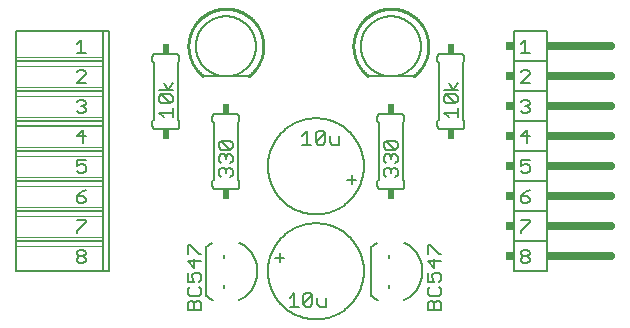
<source format=gbr>
G04 EAGLE Gerber X2 export*
G04 #@! %TF.Part,Single*
G04 #@! %TF.FileFunction,Legend,Top,1*
G04 #@! %TF.FilePolarity,Positive*
G04 #@! %TF.GenerationSoftware,Autodesk,EAGLE,9.0.0*
G04 #@! %TF.CreationDate,2019-08-08T19:03:24Z*
G75*
%MOMM*%
%FSLAX34Y34*%
%LPD*%
%AMOC8*
5,1,8,0,0,1.08239X$1,22.5*%
G01*
%ADD10C,0.152400*%
%ADD11C,0.127000*%
%ADD12R,0.609600X0.863600*%
%ADD13C,0.203200*%
%ADD14C,0.254000*%
%ADD15C,0.050800*%
%ADD16C,0.660400*%
%ADD17R,0.762000X0.660400*%
%ADD18R,0.660400X0.660400*%


D10*
X115570Y161290D02*
X115572Y161190D01*
X115578Y161091D01*
X115588Y160991D01*
X115601Y160893D01*
X115619Y160794D01*
X115640Y160697D01*
X115665Y160601D01*
X115694Y160505D01*
X115727Y160411D01*
X115763Y160318D01*
X115803Y160227D01*
X115847Y160137D01*
X115894Y160049D01*
X115944Y159963D01*
X115998Y159879D01*
X116055Y159797D01*
X116115Y159718D01*
X116179Y159640D01*
X116245Y159566D01*
X116314Y159494D01*
X116386Y159425D01*
X116460Y159359D01*
X116538Y159295D01*
X116617Y159235D01*
X116699Y159178D01*
X116783Y159124D01*
X116869Y159074D01*
X116957Y159027D01*
X117047Y158983D01*
X117138Y158943D01*
X117231Y158907D01*
X117325Y158874D01*
X117421Y158845D01*
X117517Y158820D01*
X117614Y158799D01*
X117713Y158781D01*
X117811Y158768D01*
X117911Y158758D01*
X118010Y158752D01*
X118110Y158750D01*
X135890Y158750D02*
X135990Y158752D01*
X136089Y158758D01*
X136189Y158768D01*
X136287Y158781D01*
X136386Y158799D01*
X136483Y158820D01*
X136579Y158845D01*
X136675Y158874D01*
X136769Y158907D01*
X136862Y158943D01*
X136953Y158983D01*
X137043Y159027D01*
X137131Y159074D01*
X137217Y159124D01*
X137301Y159178D01*
X137383Y159235D01*
X137462Y159295D01*
X137540Y159359D01*
X137614Y159425D01*
X137686Y159494D01*
X137755Y159566D01*
X137821Y159640D01*
X137885Y159718D01*
X137945Y159797D01*
X138002Y159879D01*
X138056Y159963D01*
X138106Y160049D01*
X138153Y160137D01*
X138197Y160227D01*
X138237Y160318D01*
X138273Y160411D01*
X138306Y160505D01*
X138335Y160601D01*
X138360Y160697D01*
X138381Y160794D01*
X138399Y160893D01*
X138412Y160991D01*
X138422Y161091D01*
X138428Y161190D01*
X138430Y161290D01*
X138430Y219710D02*
X138428Y219810D01*
X138422Y219909D01*
X138412Y220009D01*
X138399Y220107D01*
X138381Y220206D01*
X138360Y220303D01*
X138335Y220399D01*
X138306Y220495D01*
X138273Y220589D01*
X138237Y220682D01*
X138197Y220773D01*
X138153Y220863D01*
X138106Y220951D01*
X138056Y221037D01*
X138002Y221121D01*
X137945Y221203D01*
X137885Y221282D01*
X137821Y221360D01*
X137755Y221434D01*
X137686Y221506D01*
X137614Y221575D01*
X137540Y221641D01*
X137462Y221705D01*
X137383Y221765D01*
X137301Y221822D01*
X137217Y221876D01*
X137131Y221926D01*
X137043Y221973D01*
X136953Y222017D01*
X136862Y222057D01*
X136769Y222093D01*
X136675Y222126D01*
X136579Y222155D01*
X136483Y222180D01*
X136386Y222201D01*
X136287Y222219D01*
X136189Y222232D01*
X136089Y222242D01*
X135990Y222248D01*
X135890Y222250D01*
X118110Y222250D02*
X118010Y222248D01*
X117911Y222242D01*
X117811Y222232D01*
X117713Y222219D01*
X117614Y222201D01*
X117517Y222180D01*
X117421Y222155D01*
X117325Y222126D01*
X117231Y222093D01*
X117138Y222057D01*
X117047Y222017D01*
X116957Y221973D01*
X116869Y221926D01*
X116783Y221876D01*
X116699Y221822D01*
X116617Y221765D01*
X116538Y221705D01*
X116460Y221641D01*
X116386Y221575D01*
X116314Y221506D01*
X116245Y221434D01*
X116179Y221360D01*
X116115Y221282D01*
X116055Y221203D01*
X115998Y221121D01*
X115944Y221037D01*
X115894Y220951D01*
X115847Y220863D01*
X115803Y220773D01*
X115763Y220682D01*
X115727Y220589D01*
X115694Y220495D01*
X115665Y220399D01*
X115640Y220303D01*
X115619Y220206D01*
X115601Y220107D01*
X115588Y220009D01*
X115578Y219909D01*
X115572Y219810D01*
X115570Y219710D01*
X118110Y158750D02*
X135890Y158750D01*
X115570Y161290D02*
X115570Y165100D01*
X116840Y166370D01*
X138430Y165100D02*
X138430Y161290D01*
X138430Y165100D02*
X137160Y166370D01*
X116840Y214630D02*
X115570Y215900D01*
X116840Y214630D02*
X116840Y166370D01*
X137160Y214630D02*
X138430Y215900D01*
X137160Y214630D02*
X137160Y166370D01*
X115570Y215900D02*
X115570Y219710D01*
X138430Y219710D02*
X138430Y215900D01*
X135890Y222250D02*
X118110Y222250D01*
D11*
X121275Y172342D02*
X125089Y168529D01*
X121275Y172342D02*
X132715Y172342D01*
X132715Y168529D02*
X132715Y176156D01*
X130808Y180223D02*
X123182Y180223D01*
X121275Y182130D01*
X121275Y185943D01*
X123182Y187849D01*
X130808Y187849D01*
X132715Y185943D01*
X132715Y182130D01*
X130808Y180223D01*
X123182Y187849D01*
X121275Y191917D02*
X132715Y191917D01*
X128902Y191917D02*
X132715Y197637D01*
X128902Y191917D02*
X125089Y197637D01*
D12*
X127000Y226568D03*
X127000Y154432D03*
D10*
X356870Y161290D02*
X356872Y161190D01*
X356878Y161091D01*
X356888Y160991D01*
X356901Y160893D01*
X356919Y160794D01*
X356940Y160697D01*
X356965Y160601D01*
X356994Y160505D01*
X357027Y160411D01*
X357063Y160318D01*
X357103Y160227D01*
X357147Y160137D01*
X357194Y160049D01*
X357244Y159963D01*
X357298Y159879D01*
X357355Y159797D01*
X357415Y159718D01*
X357479Y159640D01*
X357545Y159566D01*
X357614Y159494D01*
X357686Y159425D01*
X357760Y159359D01*
X357838Y159295D01*
X357917Y159235D01*
X357999Y159178D01*
X358083Y159124D01*
X358169Y159074D01*
X358257Y159027D01*
X358347Y158983D01*
X358438Y158943D01*
X358531Y158907D01*
X358625Y158874D01*
X358721Y158845D01*
X358817Y158820D01*
X358914Y158799D01*
X359013Y158781D01*
X359111Y158768D01*
X359211Y158758D01*
X359310Y158752D01*
X359410Y158750D01*
X377190Y158750D02*
X377290Y158752D01*
X377389Y158758D01*
X377489Y158768D01*
X377587Y158781D01*
X377686Y158799D01*
X377783Y158820D01*
X377879Y158845D01*
X377975Y158874D01*
X378069Y158907D01*
X378162Y158943D01*
X378253Y158983D01*
X378343Y159027D01*
X378431Y159074D01*
X378517Y159124D01*
X378601Y159178D01*
X378683Y159235D01*
X378762Y159295D01*
X378840Y159359D01*
X378914Y159425D01*
X378986Y159494D01*
X379055Y159566D01*
X379121Y159640D01*
X379185Y159718D01*
X379245Y159797D01*
X379302Y159879D01*
X379356Y159963D01*
X379406Y160049D01*
X379453Y160137D01*
X379497Y160227D01*
X379537Y160318D01*
X379573Y160411D01*
X379606Y160505D01*
X379635Y160601D01*
X379660Y160697D01*
X379681Y160794D01*
X379699Y160893D01*
X379712Y160991D01*
X379722Y161091D01*
X379728Y161190D01*
X379730Y161290D01*
X379730Y219710D02*
X379728Y219810D01*
X379722Y219909D01*
X379712Y220009D01*
X379699Y220107D01*
X379681Y220206D01*
X379660Y220303D01*
X379635Y220399D01*
X379606Y220495D01*
X379573Y220589D01*
X379537Y220682D01*
X379497Y220773D01*
X379453Y220863D01*
X379406Y220951D01*
X379356Y221037D01*
X379302Y221121D01*
X379245Y221203D01*
X379185Y221282D01*
X379121Y221360D01*
X379055Y221434D01*
X378986Y221506D01*
X378914Y221575D01*
X378840Y221641D01*
X378762Y221705D01*
X378683Y221765D01*
X378601Y221822D01*
X378517Y221876D01*
X378431Y221926D01*
X378343Y221973D01*
X378253Y222017D01*
X378162Y222057D01*
X378069Y222093D01*
X377975Y222126D01*
X377879Y222155D01*
X377783Y222180D01*
X377686Y222201D01*
X377587Y222219D01*
X377489Y222232D01*
X377389Y222242D01*
X377290Y222248D01*
X377190Y222250D01*
X359410Y222250D02*
X359310Y222248D01*
X359211Y222242D01*
X359111Y222232D01*
X359013Y222219D01*
X358914Y222201D01*
X358817Y222180D01*
X358721Y222155D01*
X358625Y222126D01*
X358531Y222093D01*
X358438Y222057D01*
X358347Y222017D01*
X358257Y221973D01*
X358169Y221926D01*
X358083Y221876D01*
X357999Y221822D01*
X357917Y221765D01*
X357838Y221705D01*
X357760Y221641D01*
X357686Y221575D01*
X357614Y221506D01*
X357545Y221434D01*
X357479Y221360D01*
X357415Y221282D01*
X357355Y221203D01*
X357298Y221121D01*
X357244Y221037D01*
X357194Y220951D01*
X357147Y220863D01*
X357103Y220773D01*
X357063Y220682D01*
X357027Y220589D01*
X356994Y220495D01*
X356965Y220399D01*
X356940Y220303D01*
X356919Y220206D01*
X356901Y220107D01*
X356888Y220009D01*
X356878Y219909D01*
X356872Y219810D01*
X356870Y219710D01*
X359410Y158750D02*
X377190Y158750D01*
X356870Y161290D02*
X356870Y165100D01*
X358140Y166370D01*
X379730Y165100D02*
X379730Y161290D01*
X379730Y165100D02*
X378460Y166370D01*
X358140Y214630D02*
X356870Y215900D01*
X358140Y214630D02*
X358140Y166370D01*
X378460Y214630D02*
X379730Y215900D01*
X378460Y214630D02*
X378460Y166370D01*
X356870Y215900D02*
X356870Y219710D01*
X379730Y219710D02*
X379730Y215900D01*
X377190Y222250D02*
X359410Y222250D01*
D11*
X362575Y172342D02*
X366389Y168529D01*
X362575Y172342D02*
X374015Y172342D01*
X374015Y168529D02*
X374015Y176156D01*
X372108Y180223D02*
X364482Y180223D01*
X362575Y182130D01*
X362575Y185943D01*
X364482Y187849D01*
X372108Y187849D01*
X374015Y185943D01*
X374015Y182130D01*
X372108Y180223D01*
X364482Y187849D01*
X362575Y191917D02*
X374015Y191917D01*
X370202Y191917D02*
X374015Y197637D01*
X370202Y191917D02*
X366389Y197637D01*
D12*
X368300Y226568D03*
X368300Y154432D03*
D10*
X168910Y107950D02*
X168810Y107952D01*
X168711Y107958D01*
X168611Y107968D01*
X168513Y107981D01*
X168414Y107999D01*
X168317Y108020D01*
X168221Y108045D01*
X168125Y108074D01*
X168031Y108107D01*
X167938Y108143D01*
X167847Y108183D01*
X167757Y108227D01*
X167669Y108274D01*
X167583Y108324D01*
X167499Y108378D01*
X167417Y108435D01*
X167338Y108495D01*
X167260Y108559D01*
X167186Y108625D01*
X167114Y108694D01*
X167045Y108766D01*
X166979Y108840D01*
X166915Y108918D01*
X166855Y108997D01*
X166798Y109079D01*
X166744Y109163D01*
X166694Y109249D01*
X166647Y109337D01*
X166603Y109427D01*
X166563Y109518D01*
X166527Y109611D01*
X166494Y109705D01*
X166465Y109801D01*
X166440Y109897D01*
X166419Y109994D01*
X166401Y110093D01*
X166388Y110191D01*
X166378Y110291D01*
X166372Y110390D01*
X166370Y110490D01*
X186690Y107950D02*
X186790Y107952D01*
X186889Y107958D01*
X186989Y107968D01*
X187087Y107981D01*
X187186Y107999D01*
X187283Y108020D01*
X187379Y108045D01*
X187475Y108074D01*
X187569Y108107D01*
X187662Y108143D01*
X187753Y108183D01*
X187843Y108227D01*
X187931Y108274D01*
X188017Y108324D01*
X188101Y108378D01*
X188183Y108435D01*
X188262Y108495D01*
X188340Y108559D01*
X188414Y108625D01*
X188486Y108694D01*
X188555Y108766D01*
X188621Y108840D01*
X188685Y108918D01*
X188745Y108997D01*
X188802Y109079D01*
X188856Y109163D01*
X188906Y109249D01*
X188953Y109337D01*
X188997Y109427D01*
X189037Y109518D01*
X189073Y109611D01*
X189106Y109705D01*
X189135Y109801D01*
X189160Y109897D01*
X189181Y109994D01*
X189199Y110093D01*
X189212Y110191D01*
X189222Y110291D01*
X189228Y110390D01*
X189230Y110490D01*
X189230Y168910D02*
X189228Y169010D01*
X189222Y169109D01*
X189212Y169209D01*
X189199Y169307D01*
X189181Y169406D01*
X189160Y169503D01*
X189135Y169599D01*
X189106Y169695D01*
X189073Y169789D01*
X189037Y169882D01*
X188997Y169973D01*
X188953Y170063D01*
X188906Y170151D01*
X188856Y170237D01*
X188802Y170321D01*
X188745Y170403D01*
X188685Y170482D01*
X188621Y170560D01*
X188555Y170634D01*
X188486Y170706D01*
X188414Y170775D01*
X188340Y170841D01*
X188262Y170905D01*
X188183Y170965D01*
X188101Y171022D01*
X188017Y171076D01*
X187931Y171126D01*
X187843Y171173D01*
X187753Y171217D01*
X187662Y171257D01*
X187569Y171293D01*
X187475Y171326D01*
X187379Y171355D01*
X187283Y171380D01*
X187186Y171401D01*
X187087Y171419D01*
X186989Y171432D01*
X186889Y171442D01*
X186790Y171448D01*
X186690Y171450D01*
X168910Y171450D02*
X168810Y171448D01*
X168711Y171442D01*
X168611Y171432D01*
X168513Y171419D01*
X168414Y171401D01*
X168317Y171380D01*
X168221Y171355D01*
X168125Y171326D01*
X168031Y171293D01*
X167938Y171257D01*
X167847Y171217D01*
X167757Y171173D01*
X167669Y171126D01*
X167583Y171076D01*
X167499Y171022D01*
X167417Y170965D01*
X167338Y170905D01*
X167260Y170841D01*
X167186Y170775D01*
X167114Y170706D01*
X167045Y170634D01*
X166979Y170560D01*
X166915Y170482D01*
X166855Y170403D01*
X166798Y170321D01*
X166744Y170237D01*
X166694Y170151D01*
X166647Y170063D01*
X166603Y169973D01*
X166563Y169882D01*
X166527Y169789D01*
X166494Y169695D01*
X166465Y169599D01*
X166440Y169503D01*
X166419Y169406D01*
X166401Y169307D01*
X166388Y169209D01*
X166378Y169109D01*
X166372Y169010D01*
X166370Y168910D01*
X168910Y107950D02*
X186690Y107950D01*
X166370Y110490D02*
X166370Y114300D01*
X167640Y115570D01*
X189230Y114300D02*
X189230Y110490D01*
X189230Y114300D02*
X187960Y115570D01*
X167640Y163830D02*
X166370Y165100D01*
X167640Y163830D02*
X167640Y115570D01*
X187960Y163830D02*
X189230Y165100D01*
X187960Y163830D02*
X187960Y115570D01*
X166370Y165100D02*
X166370Y168910D01*
X189230Y168910D02*
X189230Y165100D01*
X186690Y171450D02*
X168910Y171450D01*
D11*
X172075Y119636D02*
X173982Y117729D01*
X172075Y119636D02*
X172075Y123449D01*
X173982Y125356D01*
X175889Y125356D01*
X177795Y123449D01*
X177795Y121542D01*
X177795Y123449D02*
X179702Y125356D01*
X181608Y125356D01*
X183515Y123449D01*
X183515Y119636D01*
X181608Y117729D01*
X173982Y129423D02*
X172075Y131330D01*
X172075Y135143D01*
X173982Y137049D01*
X175889Y137049D01*
X177795Y135143D01*
X177795Y133236D01*
X177795Y135143D02*
X179702Y137049D01*
X181608Y137049D01*
X183515Y135143D01*
X183515Y131330D01*
X181608Y129423D01*
X181608Y141117D02*
X173982Y141117D01*
X172075Y143024D01*
X172075Y146837D01*
X173982Y148743D01*
X181608Y148743D01*
X183515Y146837D01*
X183515Y143024D01*
X181608Y141117D01*
X173982Y148743D01*
D12*
X177800Y175768D03*
X177800Y103632D03*
D10*
X306070Y110490D02*
X306072Y110390D01*
X306078Y110291D01*
X306088Y110191D01*
X306101Y110093D01*
X306119Y109994D01*
X306140Y109897D01*
X306165Y109801D01*
X306194Y109705D01*
X306227Y109611D01*
X306263Y109518D01*
X306303Y109427D01*
X306347Y109337D01*
X306394Y109249D01*
X306444Y109163D01*
X306498Y109079D01*
X306555Y108997D01*
X306615Y108918D01*
X306679Y108840D01*
X306745Y108766D01*
X306814Y108694D01*
X306886Y108625D01*
X306960Y108559D01*
X307038Y108495D01*
X307117Y108435D01*
X307199Y108378D01*
X307283Y108324D01*
X307369Y108274D01*
X307457Y108227D01*
X307547Y108183D01*
X307638Y108143D01*
X307731Y108107D01*
X307825Y108074D01*
X307921Y108045D01*
X308017Y108020D01*
X308114Y107999D01*
X308213Y107981D01*
X308311Y107968D01*
X308411Y107958D01*
X308510Y107952D01*
X308610Y107950D01*
X326390Y107950D02*
X326490Y107952D01*
X326589Y107958D01*
X326689Y107968D01*
X326787Y107981D01*
X326886Y107999D01*
X326983Y108020D01*
X327079Y108045D01*
X327175Y108074D01*
X327269Y108107D01*
X327362Y108143D01*
X327453Y108183D01*
X327543Y108227D01*
X327631Y108274D01*
X327717Y108324D01*
X327801Y108378D01*
X327883Y108435D01*
X327962Y108495D01*
X328040Y108559D01*
X328114Y108625D01*
X328186Y108694D01*
X328255Y108766D01*
X328321Y108840D01*
X328385Y108918D01*
X328445Y108997D01*
X328502Y109079D01*
X328556Y109163D01*
X328606Y109249D01*
X328653Y109337D01*
X328697Y109427D01*
X328737Y109518D01*
X328773Y109611D01*
X328806Y109705D01*
X328835Y109801D01*
X328860Y109897D01*
X328881Y109994D01*
X328899Y110093D01*
X328912Y110191D01*
X328922Y110291D01*
X328928Y110390D01*
X328930Y110490D01*
X328930Y168910D02*
X328928Y169010D01*
X328922Y169109D01*
X328912Y169209D01*
X328899Y169307D01*
X328881Y169406D01*
X328860Y169503D01*
X328835Y169599D01*
X328806Y169695D01*
X328773Y169789D01*
X328737Y169882D01*
X328697Y169973D01*
X328653Y170063D01*
X328606Y170151D01*
X328556Y170237D01*
X328502Y170321D01*
X328445Y170403D01*
X328385Y170482D01*
X328321Y170560D01*
X328255Y170634D01*
X328186Y170706D01*
X328114Y170775D01*
X328040Y170841D01*
X327962Y170905D01*
X327883Y170965D01*
X327801Y171022D01*
X327717Y171076D01*
X327631Y171126D01*
X327543Y171173D01*
X327453Y171217D01*
X327362Y171257D01*
X327269Y171293D01*
X327175Y171326D01*
X327079Y171355D01*
X326983Y171380D01*
X326886Y171401D01*
X326787Y171419D01*
X326689Y171432D01*
X326589Y171442D01*
X326490Y171448D01*
X326390Y171450D01*
X308610Y171450D02*
X308510Y171448D01*
X308411Y171442D01*
X308311Y171432D01*
X308213Y171419D01*
X308114Y171401D01*
X308017Y171380D01*
X307921Y171355D01*
X307825Y171326D01*
X307731Y171293D01*
X307638Y171257D01*
X307547Y171217D01*
X307457Y171173D01*
X307369Y171126D01*
X307283Y171076D01*
X307199Y171022D01*
X307117Y170965D01*
X307038Y170905D01*
X306960Y170841D01*
X306886Y170775D01*
X306814Y170706D01*
X306745Y170634D01*
X306679Y170560D01*
X306615Y170482D01*
X306555Y170403D01*
X306498Y170321D01*
X306444Y170237D01*
X306394Y170151D01*
X306347Y170063D01*
X306303Y169973D01*
X306263Y169882D01*
X306227Y169789D01*
X306194Y169695D01*
X306165Y169599D01*
X306140Y169503D01*
X306119Y169406D01*
X306101Y169307D01*
X306088Y169209D01*
X306078Y169109D01*
X306072Y169010D01*
X306070Y168910D01*
X308610Y107950D02*
X326390Y107950D01*
X306070Y110490D02*
X306070Y114300D01*
X307340Y115570D01*
X328930Y114300D02*
X328930Y110490D01*
X328930Y114300D02*
X327660Y115570D01*
X307340Y163830D02*
X306070Y165100D01*
X307340Y163830D02*
X307340Y115570D01*
X327660Y163830D02*
X328930Y165100D01*
X327660Y163830D02*
X327660Y115570D01*
X306070Y165100D02*
X306070Y168910D01*
X328930Y168910D02*
X328930Y165100D01*
X326390Y171450D02*
X308610Y171450D01*
D11*
X311775Y119636D02*
X313682Y117729D01*
X311775Y119636D02*
X311775Y123449D01*
X313682Y125356D01*
X315589Y125356D01*
X317495Y123449D01*
X317495Y121542D01*
X317495Y123449D02*
X319402Y125356D01*
X321308Y125356D01*
X323215Y123449D01*
X323215Y119636D01*
X321308Y117729D01*
X313682Y129423D02*
X311775Y131330D01*
X311775Y135143D01*
X313682Y137049D01*
X315589Y137049D01*
X317495Y135143D01*
X317495Y133236D01*
X317495Y135143D02*
X319402Y137049D01*
X321308Y137049D01*
X323215Y135143D01*
X323215Y131330D01*
X321308Y129423D01*
X321308Y141117D02*
X313682Y141117D01*
X311775Y143024D01*
X311775Y146837D01*
X313682Y148743D01*
X321308Y148743D01*
X323215Y146837D01*
X323215Y143024D01*
X321308Y141117D01*
X313682Y148743D01*
D12*
X317500Y175768D03*
X317500Y103632D03*
D13*
X196850Y203200D02*
X158750Y203200D01*
D14*
X158134Y203674D01*
X157529Y204163D01*
X156937Y204667D01*
X156357Y205185D01*
X155790Y205717D01*
X155236Y206263D01*
X154696Y206822D01*
X154170Y207395D01*
X153657Y207980D01*
X153160Y208577D01*
X152677Y209186D01*
X152209Y209807D01*
X151756Y210440D01*
X151319Y211083D01*
X150898Y211737D01*
X150494Y212401D01*
X150105Y213074D01*
X149733Y213757D01*
X149378Y214449D01*
X149040Y215149D01*
X148719Y215857D01*
X148416Y216573D01*
X148130Y217297D01*
X147862Y218026D01*
X147612Y218763D01*
X147381Y219505D01*
X147167Y220253D01*
X146972Y221005D01*
X146795Y221763D01*
X146637Y222524D01*
X146497Y223289D01*
X146377Y224057D01*
X146275Y224828D01*
X146192Y225601D01*
X146128Y226376D01*
X146083Y227152D01*
X146057Y227929D01*
X146050Y228707D01*
X146062Y229484D01*
X146093Y230261D01*
X146144Y231037D01*
X146213Y231812D01*
X146301Y232584D01*
X146408Y233354D01*
X146534Y234122D01*
X146678Y234886D01*
X146842Y235646D01*
X147024Y236402D01*
X147224Y237153D01*
X147442Y237900D01*
X147679Y238640D01*
X147934Y239375D01*
X148207Y240103D01*
X148498Y240824D01*
X148806Y241538D01*
X149131Y242244D01*
X149474Y242942D01*
X149834Y243632D01*
X150210Y244312D01*
X150603Y244983D01*
X151013Y245644D01*
X151438Y246295D01*
X151879Y246935D01*
X152336Y247564D01*
X152808Y248182D01*
X153295Y248788D01*
X153797Y249382D01*
X154313Y249964D01*
X154843Y250533D01*
X155387Y251088D01*
X155945Y251631D01*
X156515Y252159D01*
X157098Y252673D01*
X157694Y253173D01*
X158302Y253658D01*
X158921Y254128D01*
X159552Y254582D01*
X160194Y255021D01*
X160846Y255445D01*
X161509Y255852D01*
X162181Y256243D01*
X162863Y256617D01*
X163553Y256974D01*
X164252Y257314D01*
X164960Y257638D01*
X165674Y257943D01*
X166397Y258232D01*
X167126Y258502D01*
X167861Y258754D01*
X168603Y258989D01*
X169350Y259205D01*
X170102Y259403D01*
X170858Y259582D01*
X171619Y259743D01*
X172383Y259885D01*
X173151Y260008D01*
X173922Y260112D01*
X174695Y260198D01*
X175469Y260264D01*
X176245Y260312D01*
X177022Y260340D01*
X177800Y260350D01*
X178578Y260340D01*
X179355Y260312D01*
X180131Y260264D01*
X180905Y260198D01*
X181678Y260112D01*
X182449Y260008D01*
X183217Y259885D01*
X183981Y259743D01*
X184742Y259582D01*
X185498Y259403D01*
X186250Y259205D01*
X186997Y258989D01*
X187739Y258754D01*
X188474Y258502D01*
X189203Y258232D01*
X189926Y257943D01*
X190640Y257638D01*
X191348Y257314D01*
X192047Y256974D01*
X192737Y256617D01*
X193419Y256243D01*
X194091Y255852D01*
X194754Y255445D01*
X195406Y255021D01*
X196048Y254582D01*
X196679Y254128D01*
X197298Y253658D01*
X197906Y253173D01*
X198502Y252673D01*
X199085Y252159D01*
X199655Y251631D01*
X200213Y251088D01*
X200757Y250533D01*
X201287Y249964D01*
X201803Y249382D01*
X202305Y248788D01*
X202792Y248182D01*
X203264Y247564D01*
X203721Y246935D01*
X204162Y246295D01*
X204587Y245644D01*
X204997Y244983D01*
X205390Y244312D01*
X205766Y243632D01*
X206126Y242942D01*
X206469Y242244D01*
X206794Y241538D01*
X207102Y240824D01*
X207393Y240103D01*
X207666Y239375D01*
X207921Y238640D01*
X208158Y237900D01*
X208376Y237153D01*
X208576Y236402D01*
X208758Y235646D01*
X208922Y234886D01*
X209066Y234122D01*
X209192Y233354D01*
X209299Y232584D01*
X209387Y231812D01*
X209456Y231037D01*
X209507Y230261D01*
X209538Y229484D01*
X209550Y228707D01*
X209543Y227929D01*
X209517Y227152D01*
X209472Y226376D01*
X209408Y225601D01*
X209325Y224828D01*
X209223Y224057D01*
X209103Y223289D01*
X208963Y222524D01*
X208805Y221763D01*
X208628Y221005D01*
X208433Y220253D01*
X208219Y219505D01*
X207988Y218763D01*
X207738Y218026D01*
X207470Y217297D01*
X207184Y216573D01*
X206881Y215857D01*
X206560Y215149D01*
X206222Y214449D01*
X205867Y213757D01*
X205495Y213074D01*
X205106Y212401D01*
X204702Y211737D01*
X204281Y211083D01*
X203844Y210440D01*
X203391Y209807D01*
X202923Y209186D01*
X202440Y208577D01*
X201943Y207980D01*
X201430Y207395D01*
X200904Y206822D01*
X200364Y206263D01*
X199810Y205717D01*
X199243Y205185D01*
X198663Y204667D01*
X198071Y204163D01*
X197466Y203674D01*
X196850Y203200D01*
D10*
X152400Y228600D02*
X152408Y229223D01*
X152431Y229846D01*
X152469Y230469D01*
X152522Y231090D01*
X152591Y231709D01*
X152675Y232327D01*
X152774Y232942D01*
X152888Y233555D01*
X153017Y234165D01*
X153161Y234772D01*
X153320Y235375D01*
X153494Y235973D01*
X153682Y236568D01*
X153885Y237157D01*
X154102Y237741D01*
X154333Y238320D01*
X154579Y238893D01*
X154839Y239460D01*
X155112Y240020D01*
X155399Y240573D01*
X155700Y241120D01*
X156014Y241658D01*
X156341Y242189D01*
X156681Y242711D01*
X157033Y243226D01*
X157399Y243731D01*
X157776Y244227D01*
X158166Y244714D01*
X158567Y245191D01*
X158980Y245658D01*
X159404Y246114D01*
X159839Y246561D01*
X160286Y246996D01*
X160742Y247420D01*
X161209Y247833D01*
X161686Y248234D01*
X162173Y248624D01*
X162669Y249001D01*
X163174Y249367D01*
X163689Y249719D01*
X164211Y250059D01*
X164742Y250386D01*
X165280Y250700D01*
X165827Y251001D01*
X166380Y251288D01*
X166940Y251561D01*
X167507Y251821D01*
X168080Y252067D01*
X168659Y252298D01*
X169243Y252515D01*
X169832Y252718D01*
X170427Y252906D01*
X171025Y253080D01*
X171628Y253239D01*
X172235Y253383D01*
X172845Y253512D01*
X173458Y253626D01*
X174073Y253725D01*
X174691Y253809D01*
X175310Y253878D01*
X175931Y253931D01*
X176554Y253969D01*
X177177Y253992D01*
X177800Y254000D01*
X178423Y253992D01*
X179046Y253969D01*
X179669Y253931D01*
X180290Y253878D01*
X180909Y253809D01*
X181527Y253725D01*
X182142Y253626D01*
X182755Y253512D01*
X183365Y253383D01*
X183972Y253239D01*
X184575Y253080D01*
X185173Y252906D01*
X185768Y252718D01*
X186357Y252515D01*
X186941Y252298D01*
X187520Y252067D01*
X188093Y251821D01*
X188660Y251561D01*
X189220Y251288D01*
X189773Y251001D01*
X190320Y250700D01*
X190858Y250386D01*
X191389Y250059D01*
X191911Y249719D01*
X192426Y249367D01*
X192931Y249001D01*
X193427Y248624D01*
X193914Y248234D01*
X194391Y247833D01*
X194858Y247420D01*
X195314Y246996D01*
X195761Y246561D01*
X196196Y246114D01*
X196620Y245658D01*
X197033Y245191D01*
X197434Y244714D01*
X197824Y244227D01*
X198201Y243731D01*
X198567Y243226D01*
X198919Y242711D01*
X199259Y242189D01*
X199586Y241658D01*
X199900Y241120D01*
X200201Y240573D01*
X200488Y240020D01*
X200761Y239460D01*
X201021Y238893D01*
X201267Y238320D01*
X201498Y237741D01*
X201715Y237157D01*
X201918Y236568D01*
X202106Y235973D01*
X202280Y235375D01*
X202439Y234772D01*
X202583Y234165D01*
X202712Y233555D01*
X202826Y232942D01*
X202925Y232327D01*
X203009Y231709D01*
X203078Y231090D01*
X203131Y230469D01*
X203169Y229846D01*
X203192Y229223D01*
X203200Y228600D01*
X203192Y227977D01*
X203169Y227354D01*
X203131Y226731D01*
X203078Y226110D01*
X203009Y225491D01*
X202925Y224873D01*
X202826Y224258D01*
X202712Y223645D01*
X202583Y223035D01*
X202439Y222428D01*
X202280Y221825D01*
X202106Y221227D01*
X201918Y220632D01*
X201715Y220043D01*
X201498Y219459D01*
X201267Y218880D01*
X201021Y218307D01*
X200761Y217740D01*
X200488Y217180D01*
X200201Y216627D01*
X199900Y216080D01*
X199586Y215542D01*
X199259Y215011D01*
X198919Y214489D01*
X198567Y213974D01*
X198201Y213469D01*
X197824Y212973D01*
X197434Y212486D01*
X197033Y212009D01*
X196620Y211542D01*
X196196Y211086D01*
X195761Y210639D01*
X195314Y210204D01*
X194858Y209780D01*
X194391Y209367D01*
X193914Y208966D01*
X193427Y208576D01*
X192931Y208199D01*
X192426Y207833D01*
X191911Y207481D01*
X191389Y207141D01*
X190858Y206814D01*
X190320Y206500D01*
X189773Y206199D01*
X189220Y205912D01*
X188660Y205639D01*
X188093Y205379D01*
X187520Y205133D01*
X186941Y204902D01*
X186357Y204685D01*
X185768Y204482D01*
X185173Y204294D01*
X184575Y204120D01*
X183972Y203961D01*
X183365Y203817D01*
X182755Y203688D01*
X182142Y203574D01*
X181527Y203475D01*
X180909Y203391D01*
X180290Y203322D01*
X179669Y203269D01*
X179046Y203231D01*
X178423Y203208D01*
X177800Y203200D01*
X177177Y203208D01*
X176554Y203231D01*
X175931Y203269D01*
X175310Y203322D01*
X174691Y203391D01*
X174073Y203475D01*
X173458Y203574D01*
X172845Y203688D01*
X172235Y203817D01*
X171628Y203961D01*
X171025Y204120D01*
X170427Y204294D01*
X169832Y204482D01*
X169243Y204685D01*
X168659Y204902D01*
X168080Y205133D01*
X167507Y205379D01*
X166940Y205639D01*
X166380Y205912D01*
X165827Y206199D01*
X165280Y206500D01*
X164742Y206814D01*
X164211Y207141D01*
X163689Y207481D01*
X163174Y207833D01*
X162669Y208199D01*
X162173Y208576D01*
X161686Y208966D01*
X161209Y209367D01*
X160742Y209780D01*
X160286Y210204D01*
X159839Y210639D01*
X159404Y211086D01*
X158980Y211542D01*
X158567Y212009D01*
X158166Y212486D01*
X157776Y212973D01*
X157399Y213469D01*
X157033Y213974D01*
X156681Y214489D01*
X156341Y215011D01*
X156014Y215542D01*
X155700Y216080D01*
X155399Y216627D01*
X155112Y217180D01*
X154839Y217740D01*
X154579Y218307D01*
X154333Y218880D01*
X154102Y219459D01*
X153885Y220043D01*
X153682Y220632D01*
X153494Y221227D01*
X153320Y221825D01*
X153161Y222428D01*
X153017Y223035D01*
X152888Y223645D01*
X152774Y224258D01*
X152675Y224873D01*
X152591Y225491D01*
X152522Y226110D01*
X152469Y226731D01*
X152431Y227354D01*
X152408Y227977D01*
X152400Y228600D01*
D13*
X298450Y203200D02*
X336550Y203200D01*
D14*
X337166Y203674D01*
X337771Y204163D01*
X338363Y204667D01*
X338943Y205185D01*
X339510Y205717D01*
X340064Y206263D01*
X340604Y206822D01*
X341130Y207395D01*
X341643Y207980D01*
X342140Y208577D01*
X342623Y209186D01*
X343091Y209807D01*
X343544Y210440D01*
X343981Y211083D01*
X344402Y211737D01*
X344806Y212401D01*
X345195Y213074D01*
X345567Y213757D01*
X345922Y214449D01*
X346260Y215149D01*
X346581Y215857D01*
X346884Y216573D01*
X347170Y217297D01*
X347438Y218026D01*
X347688Y218763D01*
X347919Y219505D01*
X348133Y220253D01*
X348328Y221005D01*
X348505Y221763D01*
X348663Y222524D01*
X348803Y223289D01*
X348923Y224057D01*
X349025Y224828D01*
X349108Y225601D01*
X349172Y226376D01*
X349217Y227152D01*
X349243Y227929D01*
X349250Y228707D01*
X349238Y229484D01*
X349207Y230261D01*
X349156Y231037D01*
X349087Y231812D01*
X348999Y232584D01*
X348892Y233354D01*
X348766Y234122D01*
X348622Y234886D01*
X348458Y235646D01*
X348276Y236402D01*
X348076Y237153D01*
X347858Y237900D01*
X347621Y238640D01*
X347366Y239375D01*
X347093Y240103D01*
X346802Y240824D01*
X346494Y241538D01*
X346169Y242244D01*
X345826Y242942D01*
X345466Y243632D01*
X345090Y244312D01*
X344697Y244983D01*
X344287Y245644D01*
X343862Y246295D01*
X343421Y246935D01*
X342964Y247564D01*
X342492Y248182D01*
X342005Y248788D01*
X341503Y249382D01*
X340987Y249964D01*
X340457Y250533D01*
X339913Y251088D01*
X339355Y251631D01*
X338785Y252159D01*
X338202Y252673D01*
X337606Y253173D01*
X336998Y253658D01*
X336379Y254128D01*
X335748Y254582D01*
X335106Y255021D01*
X334454Y255445D01*
X333791Y255852D01*
X333119Y256243D01*
X332437Y256617D01*
X331747Y256974D01*
X331048Y257314D01*
X330340Y257638D01*
X329626Y257943D01*
X328903Y258232D01*
X328174Y258502D01*
X327439Y258754D01*
X326697Y258989D01*
X325950Y259205D01*
X325198Y259403D01*
X324442Y259582D01*
X323681Y259743D01*
X322917Y259885D01*
X322149Y260008D01*
X321378Y260112D01*
X320605Y260198D01*
X319831Y260264D01*
X319055Y260312D01*
X318278Y260340D01*
X317500Y260350D01*
X316722Y260340D01*
X315945Y260312D01*
X315169Y260264D01*
X314395Y260198D01*
X313622Y260112D01*
X312851Y260008D01*
X312083Y259885D01*
X311319Y259743D01*
X310558Y259582D01*
X309802Y259403D01*
X309050Y259205D01*
X308303Y258989D01*
X307561Y258754D01*
X306826Y258502D01*
X306097Y258232D01*
X305374Y257943D01*
X304660Y257638D01*
X303952Y257314D01*
X303253Y256974D01*
X302563Y256617D01*
X301881Y256243D01*
X301209Y255852D01*
X300546Y255445D01*
X299894Y255021D01*
X299252Y254582D01*
X298621Y254128D01*
X298002Y253658D01*
X297394Y253173D01*
X296798Y252673D01*
X296215Y252159D01*
X295645Y251631D01*
X295087Y251088D01*
X294543Y250533D01*
X294013Y249964D01*
X293497Y249382D01*
X292995Y248788D01*
X292508Y248182D01*
X292036Y247564D01*
X291579Y246935D01*
X291138Y246295D01*
X290713Y245644D01*
X290303Y244983D01*
X289910Y244312D01*
X289534Y243632D01*
X289174Y242942D01*
X288831Y242244D01*
X288506Y241538D01*
X288198Y240824D01*
X287907Y240103D01*
X287634Y239375D01*
X287379Y238640D01*
X287142Y237900D01*
X286924Y237153D01*
X286724Y236402D01*
X286542Y235646D01*
X286378Y234886D01*
X286234Y234122D01*
X286108Y233354D01*
X286001Y232584D01*
X285913Y231812D01*
X285844Y231037D01*
X285793Y230261D01*
X285762Y229484D01*
X285750Y228707D01*
X285757Y227929D01*
X285783Y227152D01*
X285828Y226376D01*
X285892Y225601D01*
X285975Y224828D01*
X286077Y224057D01*
X286197Y223289D01*
X286337Y222524D01*
X286495Y221763D01*
X286672Y221005D01*
X286867Y220253D01*
X287081Y219505D01*
X287312Y218763D01*
X287562Y218026D01*
X287830Y217297D01*
X288116Y216573D01*
X288419Y215857D01*
X288740Y215149D01*
X289078Y214449D01*
X289433Y213757D01*
X289805Y213074D01*
X290194Y212401D01*
X290598Y211737D01*
X291019Y211083D01*
X291456Y210440D01*
X291909Y209807D01*
X292377Y209186D01*
X292860Y208577D01*
X293357Y207980D01*
X293870Y207395D01*
X294396Y206822D01*
X294936Y206263D01*
X295490Y205717D01*
X296057Y205185D01*
X296637Y204667D01*
X297229Y204163D01*
X297834Y203674D01*
X298450Y203200D01*
D10*
X292100Y228600D02*
X292108Y229223D01*
X292131Y229846D01*
X292169Y230469D01*
X292222Y231090D01*
X292291Y231709D01*
X292375Y232327D01*
X292474Y232942D01*
X292588Y233555D01*
X292717Y234165D01*
X292861Y234772D01*
X293020Y235375D01*
X293194Y235973D01*
X293382Y236568D01*
X293585Y237157D01*
X293802Y237741D01*
X294033Y238320D01*
X294279Y238893D01*
X294539Y239460D01*
X294812Y240020D01*
X295099Y240573D01*
X295400Y241120D01*
X295714Y241658D01*
X296041Y242189D01*
X296381Y242711D01*
X296733Y243226D01*
X297099Y243731D01*
X297476Y244227D01*
X297866Y244714D01*
X298267Y245191D01*
X298680Y245658D01*
X299104Y246114D01*
X299539Y246561D01*
X299986Y246996D01*
X300442Y247420D01*
X300909Y247833D01*
X301386Y248234D01*
X301873Y248624D01*
X302369Y249001D01*
X302874Y249367D01*
X303389Y249719D01*
X303911Y250059D01*
X304442Y250386D01*
X304980Y250700D01*
X305527Y251001D01*
X306080Y251288D01*
X306640Y251561D01*
X307207Y251821D01*
X307780Y252067D01*
X308359Y252298D01*
X308943Y252515D01*
X309532Y252718D01*
X310127Y252906D01*
X310725Y253080D01*
X311328Y253239D01*
X311935Y253383D01*
X312545Y253512D01*
X313158Y253626D01*
X313773Y253725D01*
X314391Y253809D01*
X315010Y253878D01*
X315631Y253931D01*
X316254Y253969D01*
X316877Y253992D01*
X317500Y254000D01*
X318123Y253992D01*
X318746Y253969D01*
X319369Y253931D01*
X319990Y253878D01*
X320609Y253809D01*
X321227Y253725D01*
X321842Y253626D01*
X322455Y253512D01*
X323065Y253383D01*
X323672Y253239D01*
X324275Y253080D01*
X324873Y252906D01*
X325468Y252718D01*
X326057Y252515D01*
X326641Y252298D01*
X327220Y252067D01*
X327793Y251821D01*
X328360Y251561D01*
X328920Y251288D01*
X329473Y251001D01*
X330020Y250700D01*
X330558Y250386D01*
X331089Y250059D01*
X331611Y249719D01*
X332126Y249367D01*
X332631Y249001D01*
X333127Y248624D01*
X333614Y248234D01*
X334091Y247833D01*
X334558Y247420D01*
X335014Y246996D01*
X335461Y246561D01*
X335896Y246114D01*
X336320Y245658D01*
X336733Y245191D01*
X337134Y244714D01*
X337524Y244227D01*
X337901Y243731D01*
X338267Y243226D01*
X338619Y242711D01*
X338959Y242189D01*
X339286Y241658D01*
X339600Y241120D01*
X339901Y240573D01*
X340188Y240020D01*
X340461Y239460D01*
X340721Y238893D01*
X340967Y238320D01*
X341198Y237741D01*
X341415Y237157D01*
X341618Y236568D01*
X341806Y235973D01*
X341980Y235375D01*
X342139Y234772D01*
X342283Y234165D01*
X342412Y233555D01*
X342526Y232942D01*
X342625Y232327D01*
X342709Y231709D01*
X342778Y231090D01*
X342831Y230469D01*
X342869Y229846D01*
X342892Y229223D01*
X342900Y228600D01*
X342892Y227977D01*
X342869Y227354D01*
X342831Y226731D01*
X342778Y226110D01*
X342709Y225491D01*
X342625Y224873D01*
X342526Y224258D01*
X342412Y223645D01*
X342283Y223035D01*
X342139Y222428D01*
X341980Y221825D01*
X341806Y221227D01*
X341618Y220632D01*
X341415Y220043D01*
X341198Y219459D01*
X340967Y218880D01*
X340721Y218307D01*
X340461Y217740D01*
X340188Y217180D01*
X339901Y216627D01*
X339600Y216080D01*
X339286Y215542D01*
X338959Y215011D01*
X338619Y214489D01*
X338267Y213974D01*
X337901Y213469D01*
X337524Y212973D01*
X337134Y212486D01*
X336733Y212009D01*
X336320Y211542D01*
X335896Y211086D01*
X335461Y210639D01*
X335014Y210204D01*
X334558Y209780D01*
X334091Y209367D01*
X333614Y208966D01*
X333127Y208576D01*
X332631Y208199D01*
X332126Y207833D01*
X331611Y207481D01*
X331089Y207141D01*
X330558Y206814D01*
X330020Y206500D01*
X329473Y206199D01*
X328920Y205912D01*
X328360Y205639D01*
X327793Y205379D01*
X327220Y205133D01*
X326641Y204902D01*
X326057Y204685D01*
X325468Y204482D01*
X324873Y204294D01*
X324275Y204120D01*
X323672Y203961D01*
X323065Y203817D01*
X322455Y203688D01*
X321842Y203574D01*
X321227Y203475D01*
X320609Y203391D01*
X319990Y203322D01*
X319369Y203269D01*
X318746Y203231D01*
X318123Y203208D01*
X317500Y203200D01*
X316877Y203208D01*
X316254Y203231D01*
X315631Y203269D01*
X315010Y203322D01*
X314391Y203391D01*
X313773Y203475D01*
X313158Y203574D01*
X312545Y203688D01*
X311935Y203817D01*
X311328Y203961D01*
X310725Y204120D01*
X310127Y204294D01*
X309532Y204482D01*
X308943Y204685D01*
X308359Y204902D01*
X307780Y205133D01*
X307207Y205379D01*
X306640Y205639D01*
X306080Y205912D01*
X305527Y206199D01*
X304980Y206500D01*
X304442Y206814D01*
X303911Y207141D01*
X303389Y207481D01*
X302874Y207833D01*
X302369Y208199D01*
X301873Y208576D01*
X301386Y208966D01*
X300909Y209367D01*
X300442Y209780D01*
X299986Y210204D01*
X299539Y210639D01*
X299104Y211086D01*
X298680Y211542D01*
X298267Y212009D01*
X297866Y212486D01*
X297476Y212973D01*
X297099Y213469D01*
X296733Y213974D01*
X296381Y214489D01*
X296041Y215011D01*
X295714Y215542D01*
X295400Y216080D01*
X295099Y216627D01*
X294812Y217180D01*
X294539Y217740D01*
X294279Y218307D01*
X294033Y218880D01*
X293802Y219459D01*
X293585Y220043D01*
X293382Y220632D01*
X293194Y221227D01*
X293020Y221825D01*
X292861Y222428D01*
X292717Y223035D01*
X292588Y223645D01*
X292474Y224258D01*
X292375Y224873D01*
X292291Y225491D01*
X292222Y226110D01*
X292169Y226731D01*
X292131Y227354D01*
X292108Y227977D01*
X292100Y228600D01*
X288290Y115570D02*
X280670Y115570D01*
X284480Y119380D02*
X284480Y111760D01*
X213360Y127000D02*
X213372Y127997D01*
X213409Y128994D01*
X213470Y129990D01*
X213556Y130983D01*
X213666Y131975D01*
X213800Y132963D01*
X213958Y133948D01*
X214141Y134928D01*
X214347Y135904D01*
X214578Y136875D01*
X214832Y137839D01*
X215110Y138797D01*
X215411Y139748D01*
X215736Y140691D01*
X216083Y141626D01*
X216454Y142552D01*
X216847Y143469D01*
X217262Y144376D01*
X217699Y145272D01*
X218159Y146158D01*
X218640Y147031D01*
X219142Y147893D01*
X219665Y148742D01*
X220209Y149578D01*
X220773Y150401D01*
X221358Y151209D01*
X221962Y152003D01*
X222585Y152782D01*
X223227Y153545D01*
X223888Y154292D01*
X224567Y155023D01*
X225263Y155737D01*
X225977Y156433D01*
X226708Y157112D01*
X227455Y157773D01*
X228218Y158415D01*
X228997Y159038D01*
X229791Y159642D01*
X230599Y160227D01*
X231422Y160791D01*
X232258Y161335D01*
X233107Y161858D01*
X233969Y162360D01*
X234842Y162841D01*
X235728Y163301D01*
X236624Y163738D01*
X237531Y164153D01*
X238448Y164546D01*
X239374Y164917D01*
X240309Y165264D01*
X241252Y165589D01*
X242203Y165890D01*
X243161Y166168D01*
X244125Y166422D01*
X245096Y166653D01*
X246072Y166859D01*
X247052Y167042D01*
X248037Y167200D01*
X249025Y167334D01*
X250017Y167444D01*
X251010Y167530D01*
X252006Y167591D01*
X253003Y167628D01*
X254000Y167640D01*
X254997Y167628D01*
X255994Y167591D01*
X256990Y167530D01*
X257983Y167444D01*
X258975Y167334D01*
X259963Y167200D01*
X260948Y167042D01*
X261928Y166859D01*
X262904Y166653D01*
X263875Y166422D01*
X264839Y166168D01*
X265797Y165890D01*
X266748Y165589D01*
X267691Y165264D01*
X268626Y164917D01*
X269552Y164546D01*
X270469Y164153D01*
X271376Y163738D01*
X272272Y163301D01*
X273158Y162841D01*
X274031Y162360D01*
X274893Y161858D01*
X275742Y161335D01*
X276578Y160791D01*
X277401Y160227D01*
X278209Y159642D01*
X279003Y159038D01*
X279782Y158415D01*
X280545Y157773D01*
X281292Y157112D01*
X282023Y156433D01*
X282737Y155737D01*
X283433Y155023D01*
X284112Y154292D01*
X284773Y153545D01*
X285415Y152782D01*
X286038Y152003D01*
X286642Y151209D01*
X287227Y150401D01*
X287791Y149578D01*
X288335Y148742D01*
X288858Y147893D01*
X289360Y147031D01*
X289841Y146158D01*
X290301Y145272D01*
X290738Y144376D01*
X291153Y143469D01*
X291546Y142552D01*
X291917Y141626D01*
X292264Y140691D01*
X292589Y139748D01*
X292890Y138797D01*
X293168Y137839D01*
X293422Y136875D01*
X293653Y135904D01*
X293859Y134928D01*
X294042Y133948D01*
X294200Y132963D01*
X294334Y131975D01*
X294444Y130983D01*
X294530Y129990D01*
X294591Y128994D01*
X294628Y127997D01*
X294640Y127000D01*
X294628Y126003D01*
X294591Y125006D01*
X294530Y124010D01*
X294444Y123017D01*
X294334Y122025D01*
X294200Y121037D01*
X294042Y120052D01*
X293859Y119072D01*
X293653Y118096D01*
X293422Y117125D01*
X293168Y116161D01*
X292890Y115203D01*
X292589Y114252D01*
X292264Y113309D01*
X291917Y112374D01*
X291546Y111448D01*
X291153Y110531D01*
X290738Y109624D01*
X290301Y108728D01*
X289841Y107842D01*
X289360Y106969D01*
X288858Y106107D01*
X288335Y105258D01*
X287791Y104422D01*
X287227Y103599D01*
X286642Y102791D01*
X286038Y101997D01*
X285415Y101218D01*
X284773Y100455D01*
X284112Y99708D01*
X283433Y98977D01*
X282737Y98263D01*
X282023Y97567D01*
X281292Y96888D01*
X280545Y96227D01*
X279782Y95585D01*
X279003Y94962D01*
X278209Y94358D01*
X277401Y93773D01*
X276578Y93209D01*
X275742Y92665D01*
X274893Y92142D01*
X274031Y91640D01*
X273158Y91159D01*
X272272Y90699D01*
X271376Y90262D01*
X270469Y89847D01*
X269552Y89454D01*
X268626Y89083D01*
X267691Y88736D01*
X266748Y88411D01*
X265797Y88110D01*
X264839Y87832D01*
X263875Y87578D01*
X262904Y87347D01*
X261928Y87141D01*
X260948Y86958D01*
X259963Y86800D01*
X258975Y86666D01*
X257983Y86556D01*
X256990Y86470D01*
X255994Y86409D01*
X254997Y86372D01*
X254000Y86360D01*
X253003Y86372D01*
X252006Y86409D01*
X251010Y86470D01*
X250017Y86556D01*
X249025Y86666D01*
X248037Y86800D01*
X247052Y86958D01*
X246072Y87141D01*
X245096Y87347D01*
X244125Y87578D01*
X243161Y87832D01*
X242203Y88110D01*
X241252Y88411D01*
X240309Y88736D01*
X239374Y89083D01*
X238448Y89454D01*
X237531Y89847D01*
X236624Y90262D01*
X235728Y90699D01*
X234842Y91159D01*
X233969Y91640D01*
X233107Y92142D01*
X232258Y92665D01*
X231422Y93209D01*
X230599Y93773D01*
X229791Y94358D01*
X228997Y94962D01*
X228218Y95585D01*
X227455Y96227D01*
X226708Y96888D01*
X225977Y97567D01*
X225263Y98263D01*
X224567Y98977D01*
X223888Y99708D01*
X223227Y100455D01*
X222585Y101218D01*
X221962Y101997D01*
X221358Y102791D01*
X220773Y103599D01*
X220209Y104422D01*
X219665Y105258D01*
X219142Y106107D01*
X218640Y106969D01*
X218159Y107842D01*
X217699Y108728D01*
X217262Y109624D01*
X216847Y110531D01*
X216454Y111448D01*
X216083Y112374D01*
X215736Y113309D01*
X215411Y114252D01*
X215110Y115203D01*
X214832Y116161D01*
X214578Y117125D01*
X214347Y118096D01*
X214141Y119072D01*
X213958Y120052D01*
X213800Y121037D01*
X213666Y122025D01*
X213556Y123017D01*
X213470Y124010D01*
X213409Y125006D01*
X213372Y126003D01*
X213360Y127000D01*
D11*
X242413Y153042D02*
X246226Y156855D01*
X246226Y145415D01*
X242413Y145415D02*
X250040Y145415D01*
X254107Y147322D02*
X254107Y154948D01*
X256014Y156855D01*
X259827Y156855D01*
X261734Y154948D01*
X261734Y147322D01*
X259827Y145415D01*
X256014Y145415D01*
X254107Y147322D01*
X261734Y154948D01*
X265801Y153042D02*
X265801Y147322D01*
X267708Y145415D01*
X273427Y145415D01*
X273427Y153042D01*
D10*
X227330Y49530D02*
X219710Y49530D01*
X223520Y45720D02*
X223520Y53340D01*
X213360Y38100D02*
X213372Y39097D01*
X213409Y40094D01*
X213470Y41090D01*
X213556Y42083D01*
X213666Y43075D01*
X213800Y44063D01*
X213958Y45048D01*
X214141Y46028D01*
X214347Y47004D01*
X214578Y47975D01*
X214832Y48939D01*
X215110Y49897D01*
X215411Y50848D01*
X215736Y51791D01*
X216083Y52726D01*
X216454Y53652D01*
X216847Y54569D01*
X217262Y55476D01*
X217699Y56372D01*
X218159Y57258D01*
X218640Y58131D01*
X219142Y58993D01*
X219665Y59842D01*
X220209Y60678D01*
X220773Y61501D01*
X221358Y62309D01*
X221962Y63103D01*
X222585Y63882D01*
X223227Y64645D01*
X223888Y65392D01*
X224567Y66123D01*
X225263Y66837D01*
X225977Y67533D01*
X226708Y68212D01*
X227455Y68873D01*
X228218Y69515D01*
X228997Y70138D01*
X229791Y70742D01*
X230599Y71327D01*
X231422Y71891D01*
X232258Y72435D01*
X233107Y72958D01*
X233969Y73460D01*
X234842Y73941D01*
X235728Y74401D01*
X236624Y74838D01*
X237531Y75253D01*
X238448Y75646D01*
X239374Y76017D01*
X240309Y76364D01*
X241252Y76689D01*
X242203Y76990D01*
X243161Y77268D01*
X244125Y77522D01*
X245096Y77753D01*
X246072Y77959D01*
X247052Y78142D01*
X248037Y78300D01*
X249025Y78434D01*
X250017Y78544D01*
X251010Y78630D01*
X252006Y78691D01*
X253003Y78728D01*
X254000Y78740D01*
X254997Y78728D01*
X255994Y78691D01*
X256990Y78630D01*
X257983Y78544D01*
X258975Y78434D01*
X259963Y78300D01*
X260948Y78142D01*
X261928Y77959D01*
X262904Y77753D01*
X263875Y77522D01*
X264839Y77268D01*
X265797Y76990D01*
X266748Y76689D01*
X267691Y76364D01*
X268626Y76017D01*
X269552Y75646D01*
X270469Y75253D01*
X271376Y74838D01*
X272272Y74401D01*
X273158Y73941D01*
X274031Y73460D01*
X274893Y72958D01*
X275742Y72435D01*
X276578Y71891D01*
X277401Y71327D01*
X278209Y70742D01*
X279003Y70138D01*
X279782Y69515D01*
X280545Y68873D01*
X281292Y68212D01*
X282023Y67533D01*
X282737Y66837D01*
X283433Y66123D01*
X284112Y65392D01*
X284773Y64645D01*
X285415Y63882D01*
X286038Y63103D01*
X286642Y62309D01*
X287227Y61501D01*
X287791Y60678D01*
X288335Y59842D01*
X288858Y58993D01*
X289360Y58131D01*
X289841Y57258D01*
X290301Y56372D01*
X290738Y55476D01*
X291153Y54569D01*
X291546Y53652D01*
X291917Y52726D01*
X292264Y51791D01*
X292589Y50848D01*
X292890Y49897D01*
X293168Y48939D01*
X293422Y47975D01*
X293653Y47004D01*
X293859Y46028D01*
X294042Y45048D01*
X294200Y44063D01*
X294334Y43075D01*
X294444Y42083D01*
X294530Y41090D01*
X294591Y40094D01*
X294628Y39097D01*
X294640Y38100D01*
X294628Y37103D01*
X294591Y36106D01*
X294530Y35110D01*
X294444Y34117D01*
X294334Y33125D01*
X294200Y32137D01*
X294042Y31152D01*
X293859Y30172D01*
X293653Y29196D01*
X293422Y28225D01*
X293168Y27261D01*
X292890Y26303D01*
X292589Y25352D01*
X292264Y24409D01*
X291917Y23474D01*
X291546Y22548D01*
X291153Y21631D01*
X290738Y20724D01*
X290301Y19828D01*
X289841Y18942D01*
X289360Y18069D01*
X288858Y17207D01*
X288335Y16358D01*
X287791Y15522D01*
X287227Y14699D01*
X286642Y13891D01*
X286038Y13097D01*
X285415Y12318D01*
X284773Y11555D01*
X284112Y10808D01*
X283433Y10077D01*
X282737Y9363D01*
X282023Y8667D01*
X281292Y7988D01*
X280545Y7327D01*
X279782Y6685D01*
X279003Y6062D01*
X278209Y5458D01*
X277401Y4873D01*
X276578Y4309D01*
X275742Y3765D01*
X274893Y3242D01*
X274031Y2740D01*
X273158Y2259D01*
X272272Y1799D01*
X271376Y1362D01*
X270469Y947D01*
X269552Y554D01*
X268626Y183D01*
X267691Y-164D01*
X266748Y-489D01*
X265797Y-790D01*
X264839Y-1068D01*
X263875Y-1322D01*
X262904Y-1553D01*
X261928Y-1759D01*
X260948Y-1942D01*
X259963Y-2100D01*
X258975Y-2234D01*
X257983Y-2344D01*
X256990Y-2430D01*
X255994Y-2491D01*
X254997Y-2528D01*
X254000Y-2540D01*
X253003Y-2528D01*
X252006Y-2491D01*
X251010Y-2430D01*
X250017Y-2344D01*
X249025Y-2234D01*
X248037Y-2100D01*
X247052Y-1942D01*
X246072Y-1759D01*
X245096Y-1553D01*
X244125Y-1322D01*
X243161Y-1068D01*
X242203Y-790D01*
X241252Y-489D01*
X240309Y-164D01*
X239374Y183D01*
X238448Y554D01*
X237531Y947D01*
X236624Y1362D01*
X235728Y1799D01*
X234842Y2259D01*
X233969Y2740D01*
X233107Y3242D01*
X232258Y3765D01*
X231422Y4309D01*
X230599Y4873D01*
X229791Y5458D01*
X228997Y6062D01*
X228218Y6685D01*
X227455Y7327D01*
X226708Y7988D01*
X225977Y8667D01*
X225263Y9363D01*
X224567Y10077D01*
X223888Y10808D01*
X223227Y11555D01*
X222585Y12318D01*
X221962Y13097D01*
X221358Y13891D01*
X220773Y14699D01*
X220209Y15522D01*
X219665Y16358D01*
X219142Y17207D01*
X218640Y18069D01*
X218159Y18942D01*
X217699Y19828D01*
X217262Y20724D01*
X216847Y21631D01*
X216454Y22548D01*
X216083Y23474D01*
X215736Y24409D01*
X215411Y25352D01*
X215110Y26303D01*
X214832Y27261D01*
X214578Y28225D01*
X214347Y29196D01*
X214141Y30172D01*
X213958Y31152D01*
X213800Y32137D01*
X213666Y33125D01*
X213556Y34117D01*
X213470Y35110D01*
X213409Y36106D01*
X213372Y37103D01*
X213360Y38100D01*
D11*
X231775Y15882D02*
X235588Y19695D01*
X235588Y8255D01*
X231775Y8255D02*
X239402Y8255D01*
X243469Y10162D02*
X243469Y17788D01*
X245376Y19695D01*
X249189Y19695D01*
X251095Y17788D01*
X251095Y10162D01*
X249189Y8255D01*
X245376Y8255D01*
X243469Y10162D01*
X251095Y17788D01*
X255163Y15882D02*
X255163Y10162D01*
X257070Y8255D01*
X262789Y8255D01*
X262789Y15882D01*
X161290Y17150D02*
X161290Y59050D01*
X189159Y62230D02*
X189743Y61947D01*
X190319Y61649D01*
X190888Y61338D01*
X191449Y61013D01*
X192002Y60674D01*
X192547Y60322D01*
X193083Y59957D01*
X193610Y59579D01*
X194127Y59188D01*
X194635Y58785D01*
X195133Y58369D01*
X195621Y57942D01*
X196098Y57503D01*
X196565Y57052D01*
X197020Y56590D01*
X197464Y56117D01*
X197896Y55634D01*
X198317Y55140D01*
X198725Y54636D01*
X199121Y54122D01*
X199504Y53599D01*
X199875Y53067D01*
X200232Y52525D01*
X200576Y51976D01*
X200907Y51418D01*
X201224Y50852D01*
X201527Y50279D01*
X201816Y49698D01*
X202091Y49111D01*
X202352Y48517D01*
X202598Y47917D01*
X202829Y47311D01*
X203046Y46699D01*
X203247Y46083D01*
X203434Y45462D01*
X203605Y44836D01*
X203761Y44207D01*
X203902Y43574D01*
X204028Y42937D01*
X204137Y42298D01*
X204232Y41657D01*
X204310Y41013D01*
X204373Y40367D01*
X204421Y39720D01*
X204452Y39073D01*
X204468Y38424D01*
X204468Y37776D01*
X204452Y37127D01*
X204421Y36480D01*
X204373Y35833D01*
X204310Y35187D01*
X204232Y34543D01*
X204137Y33902D01*
X204028Y33263D01*
X203902Y32626D01*
X203761Y31993D01*
X203605Y31364D01*
X203434Y30738D01*
X203247Y30117D01*
X203046Y29501D01*
X202829Y28889D01*
X202598Y28283D01*
X202352Y27683D01*
X202091Y27089D01*
X201816Y26502D01*
X201527Y25921D01*
X201224Y25348D01*
X200907Y24782D01*
X200576Y24224D01*
X200232Y23675D01*
X199875Y23133D01*
X199504Y22601D01*
X199121Y22078D01*
X198725Y21564D01*
X198317Y21060D01*
X197896Y20566D01*
X197464Y20083D01*
X197020Y19610D01*
X196565Y19148D01*
X196098Y18697D01*
X195621Y18258D01*
X195133Y17831D01*
X194635Y17415D01*
X194127Y17012D01*
X193610Y16621D01*
X193083Y16243D01*
X192547Y15878D01*
X192002Y15526D01*
X191449Y15187D01*
X190888Y14862D01*
X190319Y14551D01*
X189743Y14253D01*
X189159Y13970D01*
X161290Y59050D02*
X161771Y59420D01*
X162260Y59779D01*
X162757Y60127D01*
X163262Y60464D01*
X163775Y60789D01*
X164295Y61102D01*
X164822Y61404D01*
X165355Y61693D01*
X165895Y61970D01*
X166441Y62235D01*
X176530Y52140D02*
X176530Y49460D01*
X176530Y26740D02*
X176530Y24060D01*
X166682Y13853D02*
X166109Y14124D01*
X165543Y14409D01*
X164984Y14706D01*
X164432Y15017D01*
X163888Y15342D01*
X163352Y15678D01*
X162823Y16028D01*
X162303Y16390D01*
X161792Y16764D01*
X161290Y17150D01*
X156845Y5665D02*
X145405Y5665D01*
X145405Y11385D01*
X147312Y13292D01*
X149219Y13292D01*
X151125Y11385D01*
X153032Y13292D01*
X154938Y13292D01*
X156845Y11385D01*
X156845Y5665D01*
X151125Y5665D02*
X151125Y11385D01*
X145405Y23079D02*
X147312Y24986D01*
X145405Y23079D02*
X145405Y19266D01*
X147312Y17359D01*
X154938Y17359D01*
X156845Y19266D01*
X156845Y23079D01*
X154938Y24986D01*
X145405Y29053D02*
X145405Y36679D01*
X145405Y29053D02*
X151125Y29053D01*
X149219Y32866D01*
X149219Y34773D01*
X151125Y36679D01*
X154938Y36679D01*
X156845Y34773D01*
X156845Y30960D01*
X154938Y29053D01*
X156845Y46467D02*
X145405Y46467D01*
X151125Y40747D01*
X151125Y48373D01*
X145405Y52441D02*
X145405Y60067D01*
X147312Y60067D01*
X154938Y52441D01*
X156845Y52441D01*
X300990Y59050D02*
X300990Y17150D01*
X328859Y13970D02*
X329443Y14253D01*
X330019Y14551D01*
X330588Y14862D01*
X331149Y15187D01*
X331702Y15526D01*
X332247Y15878D01*
X332783Y16243D01*
X333310Y16621D01*
X333827Y17012D01*
X334335Y17415D01*
X334833Y17831D01*
X335321Y18258D01*
X335798Y18697D01*
X336265Y19148D01*
X336720Y19610D01*
X337164Y20083D01*
X337596Y20566D01*
X338017Y21060D01*
X338425Y21564D01*
X338821Y22078D01*
X339204Y22601D01*
X339575Y23133D01*
X339932Y23675D01*
X340276Y24224D01*
X340607Y24782D01*
X340924Y25348D01*
X341227Y25921D01*
X341516Y26502D01*
X341791Y27089D01*
X342052Y27683D01*
X342298Y28283D01*
X342529Y28889D01*
X342746Y29501D01*
X342947Y30117D01*
X343134Y30738D01*
X343305Y31364D01*
X343461Y31993D01*
X343602Y32626D01*
X343728Y33263D01*
X343837Y33902D01*
X343932Y34543D01*
X344010Y35187D01*
X344073Y35833D01*
X344121Y36480D01*
X344152Y37127D01*
X344168Y37776D01*
X344168Y38424D01*
X344152Y39073D01*
X344121Y39720D01*
X344073Y40367D01*
X344010Y41013D01*
X343932Y41657D01*
X343837Y42298D01*
X343728Y42937D01*
X343602Y43574D01*
X343461Y44207D01*
X343305Y44836D01*
X343134Y45462D01*
X342947Y46083D01*
X342746Y46699D01*
X342529Y47311D01*
X342298Y47917D01*
X342052Y48517D01*
X341791Y49111D01*
X341516Y49698D01*
X341227Y50279D01*
X340924Y50852D01*
X340607Y51418D01*
X340276Y51976D01*
X339932Y52525D01*
X339575Y53067D01*
X339204Y53599D01*
X338821Y54122D01*
X338425Y54636D01*
X338017Y55140D01*
X337596Y55634D01*
X337164Y56117D01*
X336720Y56590D01*
X336265Y57052D01*
X335798Y57503D01*
X335321Y57942D01*
X334833Y58369D01*
X334335Y58785D01*
X333827Y59188D01*
X333310Y59579D01*
X332783Y59957D01*
X332247Y60322D01*
X331702Y60674D01*
X331149Y61013D01*
X330588Y61338D01*
X330019Y61649D01*
X329443Y61947D01*
X328859Y62230D01*
X306141Y62235D02*
X305595Y61970D01*
X305055Y61693D01*
X304522Y61404D01*
X303995Y61102D01*
X303475Y60789D01*
X302962Y60464D01*
X302457Y60127D01*
X301960Y59779D01*
X301471Y59420D01*
X300990Y59050D01*
X316230Y52140D02*
X316230Y49460D01*
X316230Y26740D02*
X316230Y24060D01*
X306382Y13853D02*
X305809Y14124D01*
X305243Y14409D01*
X304684Y14706D01*
X304132Y15017D01*
X303588Y15342D01*
X303052Y15678D01*
X302523Y16028D01*
X302003Y16390D01*
X301492Y16764D01*
X300990Y17150D01*
X348605Y5665D02*
X360045Y5665D01*
X348605Y5665D02*
X348605Y11385D01*
X350512Y13292D01*
X352419Y13292D01*
X354325Y11385D01*
X356232Y13292D01*
X358138Y13292D01*
X360045Y11385D01*
X360045Y5665D01*
X354325Y5665D02*
X354325Y11385D01*
X348605Y23079D02*
X350512Y24986D01*
X348605Y23079D02*
X348605Y19266D01*
X350512Y17359D01*
X358138Y17359D01*
X360045Y19266D01*
X360045Y23079D01*
X358138Y24986D01*
X348605Y29053D02*
X348605Y36679D01*
X348605Y29053D02*
X354325Y29053D01*
X352419Y32866D01*
X352419Y34773D01*
X354325Y36679D01*
X358138Y36679D01*
X360045Y34773D01*
X360045Y30960D01*
X358138Y29053D01*
X360045Y46467D02*
X348605Y46467D01*
X354325Y40747D01*
X354325Y48373D01*
X348605Y52441D02*
X348605Y60067D01*
X350512Y60067D01*
X358138Y52441D01*
X360045Y52441D01*
D10*
X78740Y38100D02*
X73660Y38100D01*
X0Y38100D01*
X0Y59690D01*
X0Y63500D01*
X0Y67310D01*
X0Y85090D01*
X0Y88900D01*
X0Y92710D01*
X0Y110490D01*
X0Y114300D01*
X0Y118110D01*
X0Y135890D01*
X0Y139700D01*
X0Y143510D01*
X0Y161290D01*
X0Y165100D02*
X73660Y165100D01*
X73660Y59690D02*
X73660Y38100D01*
X73660Y59690D02*
X73660Y63500D01*
X73660Y67310D01*
X73660Y85090D01*
X73660Y88900D01*
X73660Y92710D01*
X73660Y110490D01*
X73660Y114300D01*
X73660Y118110D01*
X73660Y135890D01*
X73660Y139700D01*
X73660Y143510D01*
X73660Y161290D01*
X73660Y165100D01*
X73660Y139700D02*
X0Y139700D01*
X0Y114300D02*
X73660Y114300D01*
X73660Y88900D02*
X0Y88900D01*
X0Y63500D02*
X73660Y63500D01*
D15*
X73660Y59690D02*
X0Y59690D01*
X0Y67310D02*
X73660Y67310D01*
X73660Y85090D02*
X0Y85090D01*
X0Y92710D02*
X73660Y92710D01*
X73660Y110490D02*
X0Y110490D01*
X0Y118110D02*
X73660Y118110D01*
X73660Y135890D02*
X0Y135890D01*
X0Y143510D02*
X73660Y143510D01*
D10*
X73660Y161290D02*
X0Y161290D01*
X0Y165100D01*
X0Y168910D01*
D15*
X73660Y168910D01*
D10*
X78740Y241300D02*
X78740Y38100D01*
X0Y168910D02*
X0Y186690D01*
X0Y190500D02*
X73660Y190500D01*
X73660Y168910D02*
X73660Y165100D01*
X73660Y168910D02*
X73660Y186690D01*
X73660Y190500D01*
D15*
X73660Y186690D02*
X0Y186690D01*
D10*
X0Y190500D01*
X0Y194310D01*
X0Y212090D01*
X0Y215900D01*
X73660Y215900D01*
D15*
X73660Y194310D02*
X0Y194310D01*
D10*
X73660Y194310D02*
X73660Y190500D01*
X73660Y194310D02*
X73660Y212090D01*
X73660Y215900D01*
X0Y215900D02*
X0Y219710D01*
X0Y241300D01*
X73660Y241300D01*
X78740Y241300D01*
X73660Y219710D02*
X73660Y215900D01*
X73660Y219710D02*
X73660Y241300D01*
D15*
X73660Y219710D02*
X0Y219710D01*
X0Y212090D02*
X73660Y212090D01*
D11*
X59062Y197485D02*
X51435Y197485D01*
X59062Y205112D01*
X59062Y207018D01*
X57155Y208925D01*
X53342Y208925D01*
X51435Y207018D01*
X53342Y56525D02*
X51435Y54618D01*
X53342Y56525D02*
X57155Y56525D01*
X59062Y54618D01*
X59062Y52712D01*
X57155Y50805D01*
X59062Y48898D01*
X59062Y46992D01*
X57155Y45085D01*
X53342Y45085D01*
X51435Y46992D01*
X51435Y48898D01*
X53342Y50805D01*
X51435Y52712D01*
X51435Y54618D01*
X53342Y50805D02*
X57155Y50805D01*
X51435Y181618D02*
X53342Y183525D01*
X57155Y183525D01*
X59062Y181618D01*
X59062Y179712D01*
X57155Y177805D01*
X55248Y177805D01*
X57155Y177805D02*
X59062Y175898D01*
X59062Y173992D01*
X57155Y172085D01*
X53342Y172085D01*
X51435Y173992D01*
X57155Y158125D02*
X57155Y146685D01*
X51435Y152405D02*
X57155Y158125D01*
X59062Y152405D02*
X51435Y152405D01*
X51435Y132725D02*
X59062Y132725D01*
X51435Y132725D02*
X51435Y127005D01*
X55248Y128912D01*
X57155Y128912D01*
X59062Y127005D01*
X59062Y123192D01*
X57155Y121285D01*
X53342Y121285D01*
X51435Y123192D01*
X59062Y107325D02*
X55248Y105418D01*
X51435Y101605D01*
X51435Y97792D01*
X53342Y95885D01*
X57155Y95885D01*
X59062Y97792D01*
X59062Y99698D01*
X57155Y101605D01*
X51435Y101605D01*
X51435Y81925D02*
X59062Y81925D01*
X59062Y80018D01*
X51435Y72392D01*
X51435Y70485D01*
X51435Y230512D02*
X55248Y234325D01*
X55248Y222885D01*
X51435Y222885D02*
X59062Y222885D01*
D10*
X421640Y38100D02*
X449580Y38100D01*
X421640Y38100D02*
X421640Y63500D01*
X449580Y63500D02*
X449580Y38100D01*
X449580Y88900D02*
X421640Y88900D01*
X449580Y88900D02*
X449580Y114300D01*
X449580Y63500D02*
X421640Y63500D01*
X421640Y88900D01*
X449580Y88900D02*
X449580Y63500D01*
D16*
X457200Y101600D02*
X504190Y101600D01*
X504190Y76200D02*
X457200Y76200D01*
X457200Y50800D02*
X504190Y50800D01*
D10*
X421640Y88900D02*
X421640Y114300D01*
X421640Y139700D01*
X449580Y139700D01*
X421640Y139700D02*
X421640Y165100D01*
X449580Y165100D01*
X449580Y139700D01*
X449580Y114300D02*
X421640Y114300D01*
X449580Y114300D02*
X449580Y139700D01*
X421640Y165100D02*
X421640Y190500D01*
X449580Y190500D02*
X449580Y165100D01*
X449580Y215900D02*
X421640Y215900D01*
X421640Y241300D01*
X449580Y241300D01*
X449580Y215900D01*
X449580Y190500D02*
X421640Y190500D01*
X421640Y215900D01*
X449580Y215900D02*
X449580Y190500D01*
D16*
X457200Y228600D02*
X504190Y228600D01*
X504190Y203200D02*
X457200Y203200D01*
X457200Y177800D02*
X504190Y177800D01*
X504190Y152400D02*
X457200Y152400D01*
X457200Y127000D02*
X504190Y127000D01*
D11*
X427355Y230512D02*
X431168Y234325D01*
X431168Y222885D01*
X427355Y222885D02*
X434982Y222885D01*
X434982Y197485D02*
X427355Y197485D01*
X434982Y205112D01*
X434982Y207018D01*
X433075Y208925D01*
X429262Y208925D01*
X427355Y207018D01*
X429262Y183525D02*
X427355Y181618D01*
X429262Y183525D02*
X433075Y183525D01*
X434982Y181618D01*
X434982Y179712D01*
X433075Y177805D01*
X431168Y177805D01*
X433075Y177805D02*
X434982Y175898D01*
X434982Y173992D01*
X433075Y172085D01*
X429262Y172085D01*
X427355Y173992D01*
X433075Y158125D02*
X433075Y146685D01*
X427355Y152405D02*
X433075Y158125D01*
X434982Y152405D02*
X427355Y152405D01*
X427355Y132725D02*
X434982Y132725D01*
X427355Y132725D02*
X427355Y127005D01*
X431168Y128912D01*
X433075Y128912D01*
X434982Y127005D01*
X434982Y123192D01*
X433075Y121285D01*
X429262Y121285D01*
X427355Y123192D01*
X434982Y107325D02*
X431168Y105418D01*
X427355Y101605D01*
X427355Y97792D01*
X429262Y95885D01*
X433075Y95885D01*
X434982Y97792D01*
X434982Y99698D01*
X433075Y101605D01*
X427355Y101605D01*
X427355Y81925D02*
X434982Y81925D01*
X434982Y80018D01*
X427355Y72392D01*
X427355Y70485D01*
X429262Y56525D02*
X427355Y54618D01*
X429262Y56525D02*
X433075Y56525D01*
X434982Y54618D01*
X434982Y52712D01*
X433075Y50805D01*
X434982Y48898D01*
X434982Y46992D01*
X433075Y45085D01*
X429262Y45085D01*
X427355Y46992D01*
X427355Y48898D01*
X429262Y50805D01*
X427355Y52712D01*
X427355Y54618D01*
X429262Y50805D02*
X433075Y50805D01*
D17*
X453390Y101600D03*
X453390Y76200D03*
X453390Y50800D03*
X453390Y228600D03*
X453390Y203200D03*
X453390Y177800D03*
X453390Y152400D03*
X453390Y127000D03*
D18*
X418338Y50800D03*
X418338Y76200D03*
X418338Y101600D03*
X418338Y127000D03*
X418338Y152400D03*
X418338Y177800D03*
X418338Y203200D03*
X418338Y228600D03*
M02*

</source>
